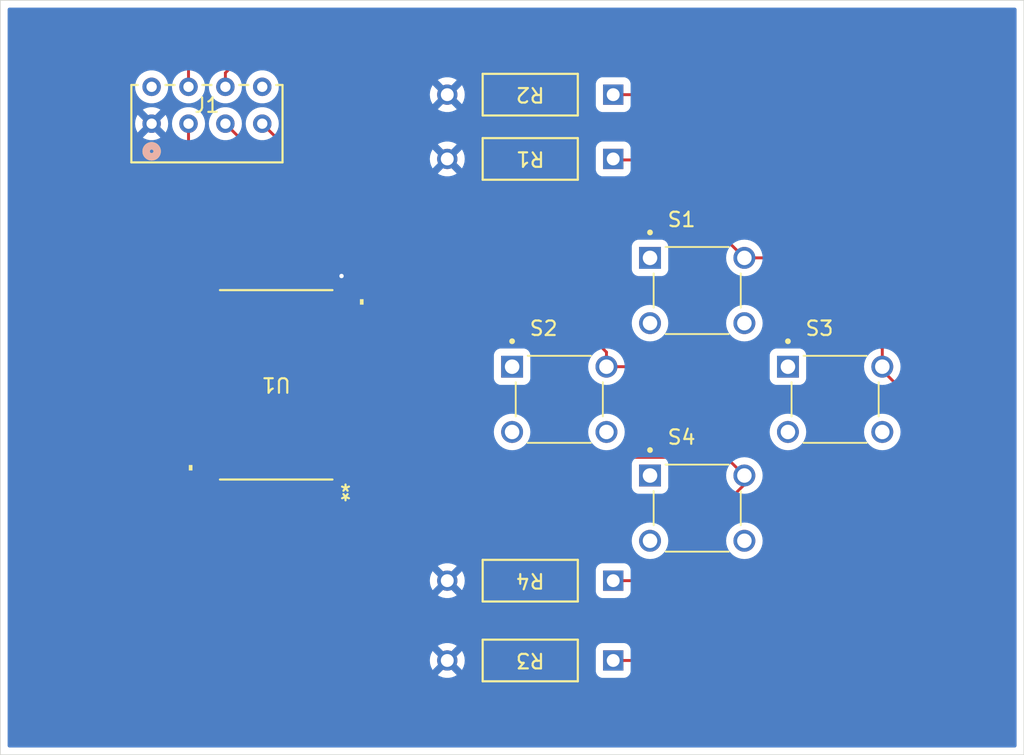
<source format=kicad_pcb>
(kicad_pcb (version 20240108) (generator "pcbnew") (generator_version "8.0")
  (layers (0 "F.Cu" signal) (31 "B.Cu" signal) (34 "B.Paste" user) (35 "F.Paste" user) (36 "B.SilkS" user "B.Silkscreen") (37 "F.SilkS" user "F.Silkscreen") (38 "B.Mask" user) (39 "F.Mask" user) (44 "Edge.Cuts" user))
  (net 0 "")
  (net 1 "/SW1")
  (net 6 "/SW2")
  (net 7 "/SW3")
  (net 12 "/SW4")
  (net 22 "GND")
  (net 23 "+5V")
  (net 25 "/MISO")
  (net 26 "/SCK")
  (net 27 "/CE")
  (net 28 "+3.3V")
  (net 29 "/MOSI")
  (net 30 "/*SS")
  (footprint "2_by_4_pin_header_TD-104-G-A:CON8_2X4_TU_HTS_SAI" (layer "F.Cu") (at 115.73 59.23)
    (property "Reference" "J1" (at 0 0 0) (layer "F.SilkS"))
    (property "Value" "TD-104-G-A")
    (fp_circle (center -3.81 3.175) (end -3.429 3.175) (stroke (width 0.508)) (fill none) (layer "B.SilkS"))
    (fp_line (start -5.207 -1.397) (end -5.207 3.937) (stroke (width 0.1524)) (layer "F.SilkS"))
    (fp_line (start -5.207 3.937) (end 5.207 3.937) (stroke (width 0.1524)) (layer "F.SilkS"))
    (fp_line (start -4.76937 -1.397) (end -5.207 -1.397) (stroke (width 0.1524)) (layer "F.SilkS"))
    (fp_line (start -2.22937 -1.397) (end -2.85063 -1.397) (stroke (width 0.1524)) (layer "F.SilkS"))
    (fp_line (start 0.31063 -1.397) (end -0.31063 -1.397) (stroke (width 0.1524)) (layer "F.SilkS"))
    (fp_line (start 2.85063 -1.397) (end 2.22937 -1.397) (stroke (width 0.1524)) (layer "F.SilkS"))
    (fp_line (start 5.207 -1.397) (end 4.76937 -1.397) (stroke (width 0.1524)) (layer "F.SilkS"))
    (fp_line (start 5.207 3.937) (end 5.207 -1.397) (stroke (width 0.1524)) (layer "F.SilkS"))
    (fp_circle (center -3.81 3.175) (end -3.429 3.175) (stroke (width 0.508)) (fill none) (layer "F.SilkS"))
    (pad "1" thru_hole circle (at -3.81 1.27 90) (size 1.27 1.27) (drill 0.7112) (layers "*.Cu" "*.Mask") (net 22 "GND"))
    (pad "2" thru_hole circle (at -3.81 -1.27 90) (size 1.27 1.27) (drill 0.7112) (layers "*.Cu" "*.Mask") (net 28 "+3.3V"))
    (pad "3" thru_hole circle (at -1.27 1.27 90) (size 1.27 1.27) (drill 0.7112) (layers "*.Cu" "*.Mask") (net 27 "/CE"))
    (pad "4" thru_hole circle (at -1.27 -1.27 90) (size 1.27 1.27) (drill 0.7112) (layers "*.Cu" "*.Mask") (net 30 "/*SS"))
    (pad "5" thru_hole circle (at 1.27 1.27 90) (size 1.27 1.27) (drill 0.7112) (layers "*.Cu" "*.Mask") (net 26 "/SCK"))
    (pad "6" thru_hole circle (at 1.27 -1.27 90) (size 1.27 1.27) (drill 0.7112) (layers "*.Cu" "*.Mask") (net 29 "/MOSI"))
    (pad "7" thru_hole circle (at 3.81 1.27 90) (size 1.27 1.27) (drill 0.7112) (layers "*.Cu" "*.Mask") (net 25 "/MISO"))
    (pad "8" thru_hole circle (at 3.81 -1.27 90) (size 1.27 1.27) (drill 0.7112) (layers "*.Cu" "*.Mask"))
  )
  (footprint "TS02_66_60_BK_100_LCR_D:SW_TS02-66-60-BK-100-LCR-D" (layer "F.Cu") (at 149.5 87)
    (property "Reference" "S4" (at -1.079 -4.889 0) (layer "F.SilkS"))
    (property "Value" "TS02-66-60-BK-100-LCR-D")
    (fp_line (start -3 -1.176) (end -3 1.176) (stroke (width 0.127)) (layer "F.SilkS"))
    (fp_line (start -2.176 -3) (end 2.176 -3) (stroke (width 0.127)) (layer "F.SilkS"))
    (fp_line (start -2.176 3) (end 2.176 3) (stroke (width 0.127)) (layer "F.SilkS"))
    (fp_line (start 3 -1.176) (end 3 1.176) (stroke (width 0.127)) (layer "F.SilkS"))
    (fp_circle (center -3.25 -4.004) (end -3.15 -4.004) (stroke (width 0.2)) (fill none) (layer "F.SilkS"))
    (pad "1" thru_hole rect (at -3.25 -2.25) (size 1.508 1.508) (drill 1) (layers "*.Cu" "*.Mask"))
    (pad "2" thru_hole circle (at 3.25 -2.25) (size 1.508 1.508) (drill 1) (layers "*.Cu" "*.Mask") (net 12 "/SW4"))
    (pad "3" thru_hole circle (at -3.25 2.25) (size 1.508 1.508) (drill 1) (layers "*.Cu" "*.Mask"))
    (pad "4" thru_hole circle (at 3.25 2.25) (size 1.508 1.508) (drill 1) (layers "*.Cu" "*.Mask") (net 23 "+5V"))
  )
  (footprint "1000R_Resistor:STA_CF14_STP" (layer "F.Cu") (at 143.715 97.5 180)
    (property "Reference" "R3" (at 5.715 0 180) (layer "F.SilkS"))
    (property "Value" "CF14JT1K00")
    (fp_line (start 8.9916 1.4351) (end 8.9916 -1.4351) (stroke (width 0.1524)) (layer "F.SilkS"))
    (fp_line (start 8.9916 -1.4351) (end 2.4384 -1.4351) (stroke (width 0.1524)) (layer "F.SilkS"))
    (fp_line (start 2.4384 1.4351) (end 8.9916 1.4351) (stroke (width 0.1524)) (layer "F.SilkS"))
    (fp_line (start 2.4384 -1.4351) (end 2.4384 1.4351) (stroke (width 0.1524)) (layer "F.SilkS"))
    (pad "1" thru_hole rect (at 0 0 180) (size 1.397 1.397) (drill 0.889) (layers "*.Cu" "*.Mask") (net 7 "/SW3"))
    (pad "2" thru_hole circle (at 11.43 0 180) (size 1.397 1.397) (drill 0.889) (layers "*.Cu" "*.Mask") (net 22 "GND"))
  )
  (footprint "TS02_66_60_BK_100_LCR_D:SW_TS02-66-60-BK-100-LCR-D" (layer "F.Cu") (at 149.5 72)
    (property "Reference" "S1" (at -1.079 -4.889 0) (layer "F.SilkS"))
    (property "Value" "TS02-66-60-BK-100-LCR-D")
    (fp_line (start -3 -1.176) (end -3 1.176) (stroke (width 0.127)) (layer "F.SilkS"))
    (fp_line (start -2.176 -3) (end 2.176 -3) (stroke (width 0.127)) (layer "F.SilkS"))
    (fp_line (start -2.176 3) (end 2.176 3) (stroke (width 0.127)) (layer "F.SilkS"))
    (fp_line (start 3 -1.176) (end 3 1.176) (stroke (width 0.127)) (layer "F.SilkS"))
    (fp_circle (center -3.25 -4.004) (end -3.15 -4.004) (stroke (width 0.2)) (fill none) (layer "F.SilkS"))
    (pad "1" thru_hole rect (at -3.25 -2.25) (size 1.508 1.508) (drill 1) (layers "*.Cu" "*.Mask"))
    (pad "2" thru_hole circle (at 3.25 -2.25) (size 1.508 1.508) (drill 1) (layers "*.Cu" "*.Mask") (net 1 "/SW1"))
    (pad "3" thru_hole circle (at -3.25 2.25) (size 1.508 1.508) (drill 1) (layers "*.Cu" "*.Mask"))
    (pad "4" thru_hole circle (at 3.25 2.25) (size 1.508 1.508) (drill 1) (layers "*.Cu" "*.Mask") (net 23 "+5V"))
  )
  (footprint "TS02_66_60_BK_100_LCR_D:SW_TS02-66-60-BK-100-LCR-D" (layer "F.Cu") (at 140 79.5)
    (property "Reference" "S2" (at -1.079 -4.889 0) (layer "F.SilkS"))
    (property "Value" "TS02-66-60-BK-100-LCR-D")
    (fp_line (start -3 -1.176) (end -3 1.176) (stroke (width 0.127)) (layer "F.SilkS"))
    (fp_line (start -2.176 -3) (end 2.176 -3) (stroke (width 0.127)) (layer "F.SilkS"))
    (fp_line (start -2.176 3) (end 2.176 3) (stroke (width 0.127)) (layer "F.SilkS"))
    (fp_line (start 3 -1.176) (end 3 1.176) (stroke (width 0.127)) (layer "F.SilkS"))
    (fp_circle (center -3.25 -4.004) (end -3.15 -4.004) (stroke (width 0.2)) (fill none) (layer "F.SilkS"))
    (pad "1" thru_hole rect (at -3.25 -2.25) (size 1.508 1.508) (drill 1) (layers "*.Cu" "*.Mask"))
    (pad "2" thru_hole circle (at 3.25 -2.25) (size 1.508 1.508) (drill 1) (layers "*.Cu" "*.Mask") (net 6 "/SW2"))
    (pad "3" thru_hole circle (at -3.25 2.25) (size 1.508 1.508) (drill 1) (layers "*.Cu" "*.Mask"))
    (pad "4" thru_hole circle (at 3.25 2.25) (size 1.508 1.508) (drill 1) (layers "*.Cu" "*.Mask") (net 23 "+5V"))
  )
  (footprint "1000R_Resistor:STA_CF14_STP" (layer "F.Cu") (at 143.715 62.93 180)
    (property "Reference" "R1" (at 5.715 0 180) (layer "F.SilkS"))
    (property "Value" "CF14JT1K00")
    (fp_line (start 8.9916 1.4351) (end 8.9916 -1.4351) (stroke (width 0.1524)) (layer "F.SilkS"))
    (fp_line (start 8.9916 -1.4351) (end 2.4384 -1.4351) (stroke (width 0.1524)) (layer "F.SilkS"))
    (fp_line (start 2.4384 1.4351) (end 8.9916 1.4351) (stroke (width 0.1524)) (layer "F.SilkS"))
    (fp_line (start 2.4384 -1.4351) (end 2.4384 1.4351) (stroke (width 0.1524)) (layer "F.SilkS"))
    (pad "1" thru_hole rect (at 0 0 180) (size 1.397 1.397) (drill 0.889) (layers "*.Cu" "*.Mask") (net 1 "/SW1"))
    (pad "2" thru_hole circle (at 11.43 0 180) (size 1.397 1.397) (drill 0.889) (layers "*.Cu" "*.Mask") (net 22 "GND"))
  )
  (footprint "footprints:SOIC20-W_MC_MCH" (layer "F.Cu") (at 120.5 78.5 180)
    (property "Reference" "U1" (at 0 0 180) (layer "F.SilkS"))
    (property "Value" "ATTINY40-SU")
    (fp_line (start 3.8735 -6.5278) (end -3.8735 -6.5278) (stroke (width 0.1524)) (layer "F.SilkS"))
    (fp_line (start -3.8735 6.5278) (end 3.8735 6.5278) (stroke (width 0.1524)) (layer "F.SilkS"))
    (fp_poly (pts (xy 6.0198 -5.9055) (xy 6.0198 -5.5245) (xy 5.7658 -5.5245) (xy 5.7658 -5.9055)) (fill solid) (layer "F.SilkS"))
    (fp_poly (pts (xy -6.0198 5.5245) (xy -6.0198 5.9055) (xy -5.7658 5.9055) (xy -5.7658 5.5245)) (fill solid) (layer "F.SilkS"))
    (fp_text user "*" (at -4.7752 -7.4168 180) (layer "F.SilkS"))
    (fp_text user "*" (at -4.7752 -7.4168 180) (layer "F.SilkS"))
    (pad "1" smd rect (at -4.5212 -5.715 180) (size 1.9812 0.5588) (layers "F.Cu" "F.Paste" "F.Mask"))
    (pad "2" smd rect (at -4.5212 -4.445 180) (size 1.9812 0.5588) (layers "F.Cu" "F.Paste" "F.Mask"))
    (pad "3" smd rect (at -4.5212 -3.175 180) (size 1.9812 0.5588) (layers "F.Cu" "F.Paste" "F.Mask"))
    (pad "4" smd rect (at -4.5212 -1.905 180) (size 1.9812 0.5588) (layers "F.Cu" "F.Paste" "F.Mask"))
    (pad "5" smd rect (at -4.5212 -0.635 180) (size 1.9812 0.5588) (layers "F.Cu" "F.Paste" "F.Mask"))
    (pad "6" smd rect (at -4.5212 0.635 180) (size 1.9812 0.5588) (layers "F.Cu" "F.Paste" "F.Mask") (net 12 "/SW4"))
    (pad "7" smd rect (at -4.5212 1.905 180) (size 1.9812 0.5588) (layers "F.Cu" "F.Paste" "F.Mask") (net 7 "/SW3"))
    (pad "8" smd rect (at -4.5212 3.175 180) (size 1.9812 0.5588) (layers "F.Cu" "F.Paste" "F.Mask") (net 6 "/SW2"))
    (pad "9" smd rect (at -4.5212 4.445 180) (size 1.9812 0.5588) (layers "F.Cu" "F.Paste" "F.Mask") (net 1 "/SW1"))
    (pad "10" smd rect (at -4.5212 5.715 180) (size 1.9812 0.5588) (layers "F.Cu" "F.Paste" "F.Mask") (net 22 "GND"))
    (pad "11" smd rect (at 4.5212 5.715 180) (size 1.9812 0.5588) (layers "F.Cu" "F.Paste" "F.Mask") (net 23 "+5V"))
    (pad "12" smd rect (at 4.5212 4.445 180) (size 1.9812 0.5588) (layers "F.Cu" "F.Paste" "F.Mask"))
    (pad "13" smd rect (at 4.5212 3.175 180) (size 1.9812 0.5588) (layers "F.Cu" "F.Paste" "F.Mask") (net 29 "/MOSI"))
    (pad "14" smd rect (at 4.5212 1.905 180) (size 1.9812 0.5588) (layers "F.Cu" "F.Paste" "F.Mask"))
    (pad "15" smd rect (at 4.5212 0.635 180) (size 1.9812 0.5588) (layers "F.Cu" "F.Paste" "F.Mask") (net 25 "/MISO"))
    (pad "16" smd rect (at 4.5212 -0.635 180) (size 1.9812 0.5588) (layers "F.Cu" "F.Paste" "F.Mask") (net 26 "/SCK"))
    (pad "17" smd rect (at 4.5212 -1.905 180) (size 1.9812 0.5588) (layers "F.Cu" "F.Paste" "F.Mask") (net 30 "/*SS"))
    (pad "18" smd rect (at 4.5212 -3.175 180) (size 1.9812 0.5588) (layers "F.Cu" "F.Paste" "F.Mask"))
    (pad "19" smd rect (at 4.5212 -4.445 180) (size 1.9812 0.5588) (layers "F.Cu" "F.Paste" "F.Mask"))
    (pad "20" smd rect (at 4.5212 -5.715 180) (size 1.9812 0.5588) (layers "F.Cu" "F.Paste" "F.Mask") (net 27 "/CE"))
  )
  (footprint "1000R_Resistor:STA_CF14_STP" (layer "F.Cu") (at 143.715 58.5 180)
    (property "Reference" "R2" (at 5.715 0 180) (layer "F.SilkS"))
    (property "Value" "CF14JT1K00")
    (fp_line (start 8.9916 1.4351) (end 8.9916 -1.4351) (stroke (width 0.1524)) (layer "F.SilkS"))
    (fp_line (start 8.9916 -1.4351) (end 2.4384 -1.4351) (stroke (width 0.1524)) (layer "F.SilkS"))
    (fp_line (start 2.4384 1.4351) (end 8.9916 1.4351) (stroke (width 0.1524)) (layer "F.SilkS"))
    (fp_line (start 2.4384 -1.4351) (end 2.4384 1.4351) (stroke (width 0.1524)) (layer "F.SilkS"))
    (pad "1" thru_hole rect (at 0 0 180) (size 1.397 1.397) (drill 0.889) (layers "*.Cu" "*.Mask") (net 6 "/SW2"))
    (pad "2" thru_hole circle (at 11.43 0 180) (size 1.397 1.397) (drill 0.889) (layers "*.Cu" "*.Mask") (net 22 "GND"))
  )
  (footprint "TS02_66_60_BK_100_LCR_D:SW_TS02-66-60-BK-100-LCR-D" (layer "F.Cu") (at 159 79.5)
    (property "Reference" "S3" (at -1.079 -4.889 0) (layer "F.SilkS"))
    (property "Value" "TS02-66-60-BK-100-LCR-D")
    (fp_line (start -3 -1.176) (end -3 1.176) (stroke (width 0.127)) (layer "F.SilkS"))
    (fp_line (start -2.176 -3) (end 2.176 -3) (stroke (width 0.127)) (layer "F.SilkS"))
    (fp_line (start -2.176 3) (end 2.176 3) (stroke (width 0.127)) (layer "F.SilkS"))
    (fp_line (start 3 -1.176) (end 3 1.176) (stroke (width 0.127)) (layer "F.SilkS"))
    (fp_circle (center -3.25 -4.004) (end -3.15 -4.004) (stroke (width 0.2)) (fill none) (layer "F.SilkS"))
    (pad "1" thru_hole rect (at -3.25 -2.25) (size 1.508 1.508) (drill 1) (layers "*.Cu" "*.Mask"))
    (pad "2" thru_hole circle (at 3.25 -2.25) (size 1.508 1.508) (drill 1) (layers "*.Cu" "*.Mask") (net 7 "/SW3"))
    (pad "3" thru_hole circle (at -3.25 2.25) (size 1.508 1.508) (drill 1) (layers "*.Cu" "*.Mask"))
    (pad "4" thru_hole circle (at 3.25 2.25) (size 1.508 1.508) (drill 1) (layers "*.Cu" "*.Mask") (net 23 "+5V"))
  )
  (footprint "1000R_Resistor:STA_CF14_STP" (layer "F.Cu") (at 143.715 92 180)
    (property "Reference" "R4" (at 5.715 0 180) (layer "F.SilkS"))
    (property "Value" "CF14JT1K00")
    (fp_line (start 8.9916 1.4351) (end 8.9916 -1.4351) (stroke (width 0.1524)) (layer "F.SilkS"))
    (fp_line (start 8.9916 -1.4351) (end 2.4384 -1.4351) (stroke (width 0.1524)) (layer "F.SilkS"))
    (fp_line (start 2.4384 1.4351) (end 8.9916 1.4351) (stroke (width 0.1524)) (layer "F.SilkS"))
    (fp_line (start 2.4384 -1.4351) (end 2.4384 1.4351) (stroke (width 0.1524)) (layer "F.SilkS"))
    (pad "1" thru_hole rect (at 0 0 180) (size 1.397 1.397) (drill 0.889) (layers "*.Cu" "*.Mask") (net 12 "/SW4"))
    (pad "2" thru_hole circle (at 11.43 0 180) (size 1.397 1.397) (drill 0.889) (layers "*.Cu" "*.Mask") (net 22 "GND"))
  )
  (gr_rect (start 101.5 52) (end 172 104) (stroke (width 0.05)) (fill none) (layer "Edge.Cuts"))
  (segment (start 154.75 69.75) (end 155.5 69) (width 0.2) (layer "F.Cu") (net 1))
  (segment (start 137.5 66) (end 149 66) (width 0.2) (layer "F.Cu") (net 1))
  (segment (start 143.43 62.93) (end 143.1702 62.93) (width 0.2) (layer "F.Cu") (net 1))
  (segment (start 143.5 63) (end 143.43 62.93) (width 0.2) (layer "F.Cu") (net 1))
  (segment (start 125.0212 74.055) (end 129.445 74.055) (width 0.2) (layer "F.Cu") (net 1))
  (segment (start 152.75 69.75) (end 154.75 69.75) (width 0.2) (layer "F.Cu") (net 1))
  (segment (start 155.5 69) (end 155.5 67.5) (width 0.2) (layer "F.Cu") (net 1))
  (segment (start 149 66) (end 152.75 69.75) (width 0.2) (layer "F.Cu") (net 1))
  (segment (start 155.5 67.5) (end 151 63) (width 0.2) (layer "F.Cu") (net 1))
  (segment (start 151 63) (end 143.5 63) (width 0.2) (layer "F.Cu") (net 1))
  (segment (start 129.445 74.055) (end 137.5 66) (width 0.2) (layer "F.Cu") (net 1))
  (segment (start 145.5 77.25) (end 148.25 74.5) (width 0.2) (layer "F.Cu") (net 6))
  (segment (start 125.0212 75.325) (end 133.675 75.325) (width 0.2) (layer "F.Cu") (net 6))
  (segment (start 157 69) (end 157 67.25) (width 0.2) (layer "F.Cu") (net 6))
  (segment (start 157 67.25) (end 148.25 58.5) (width 0.2) (layer "F.Cu") (net 6))
  (segment (start 140 73) (end 143.25 76.25) (width 0.2) (layer "F.Cu") (net 6))
  (segment (start 133.675 75.325) (end 136 73) (width 0.2) (layer "F.Cu") (net 6))
  (segment (start 154.75 71.25) (end 157 69) (width 0.2) (layer "F.Cu") (net 6))
  (segment (start 143.25 76.25) (end 143.25 77.25) (width 0.2) (layer "F.Cu") (net 6))
  (segment (start 136 73) (end 140 73) (width 0.2) (layer "F.Cu") (net 6))
  (segment (start 148.25 58.5) (end 143.715 58.5) (width 0.2) (layer "F.Cu") (net 6))
  (segment (start 148.25 74.5) (end 148.25 73.5) (width 0.2) (layer "F.Cu") (net 6))
  (segment (start 148.25 73.5) (end 150.5 71.25) (width 0.2) (layer "F.Cu") (net 6))
  (segment (start 150.5 71.25) (end 154.75 71.25) (width 0.2) (layer "F.Cu") (net 6))
  (segment (start 143.25 77.25) (end 145.5 77.25) (width 0.2) (layer "F.Cu") (net 6))
  (segment (start 152.25 97.5) (end 143.715 97.5) (width 0.2) (layer "F.Cu") (net 7))
  (segment (start 149.25 73.75) (end 151 72) (width 0.2) (layer "F.Cu") (net 7))
  (segment (start 165.25 84.5) (end 152.25 97.5) (width 0.2) (layer "F.Cu") (net 7))
  (segment (start 151 72) (end 158.25 72) (width 0.2) (layer "F.Cu") (net 7))
  (segment (start 149.25 74.875) (end 149.25 73.75) (width 0.2) (layer "F.Cu") (net 7))
  (segment (start 165.25 80.5) (end 165.25 84.5) (width 0.2) (layer "F.Cu") (net 7))
  (segment (start 158.25 72) (end 162.25 76) (width 0.2) (layer "F.Cu") (net 7))
  (segment (start 125.0212 76.595) (end 131.095 76.595) (width 0.2) (layer "F.Cu") (net 7))
  (segment (start 131.095 76.595) (end 133.5 79) (width 0.2) (layer "F.Cu") (net 7))
  (segment (start 133.5 79) (end 145.125 79) (width 0.2) (layer "F.Cu") (net 7))
  (segment (start 162.25 77.25) (end 162.25 77.5) (width 0.2) (layer "F.Cu") (net 7))
  (segment (start 162.25 76) (end 162.25 77.25) (width 0.2) (layer "F.Cu") (net 7))
  (segment (start 145.125 79) (end 149.25 74.875) (width 0.2) (layer "F.Cu") (net 7))
  (segment (start 162.25 77.5) (end 165.25 80.5) (width 0.2) (layer "F.Cu") (net 7))
  (segment (start 144.75 83.5) (end 151.5 83.5) (width 0.2) (layer "F.Cu") (net 12))
  (segment (start 125.7324 77.865) (end 132.1174 84.25) (width 0.2) (layer "F.Cu") (net 12))
  (segment (start 151.5 83.5) (end 152.75 84.75) (width 0.2) (layer "F.Cu") (net 12))
  (segment (start 144 84.25) (end 144.75 83.5) (width 0.2) (layer "F.Cu") (net 12))
  (segment (start 125.0212 77.865) (end 125.7324 77.865) (width 0.2) (layer "F.Cu") (net 12))
  (segment (start 152.75 84.75) (end 152.75 85.375) (width 0.2) (layer "F.Cu") (net 12))
  (segment (start 146.125 92) (end 143.715 92) (width 0.2) (layer "F.Cu") (net 12))
  (segment (start 132.1174 84.25) (end 144 84.25) (width 0.2) (layer "F.Cu") (net 12))
  (segment (start 152.75 85.375) (end 146.125 92) (width 0.2) (layer "F.Cu") (net 12))
  (segment (start 125.0212 71.0212) (end 125 71) (width 0.2) (layer "F.Cu") (net 22))
  (segment (start 125.0212 72.785) (end 125.0212 71.0212) (width 0.2) (layer "F.Cu") (net 22))
  (via (at 125 71) (size 0.6) (drill 0.3) (layers "F.Cu" "B.Cu") (net 22))
  (segment (start 114.635 77.865) (end 115.9788 77.865) (width 0.2) (layer "F.Cu") (net 25))
  (segment (start 112.5 80) (end 114.635 77.865) (width 0.2) (layer "F.Cu") (net 25))
  (segment (start 120 88) (end 114.5 88) (width 0.2) (layer "F.Cu") (net 25))
  (segment (start 121.5 86.5) (end 120 88) (width 0.2) (layer "F.Cu") (net 25))
  (segment (start 121.5 62.46) (end 121.5 86.5) (width 0.2) (layer "F.Cu") (net 25))
  (segment (start 112.5 86) (end 112.5 80) (width 0.2) (layer "F.Cu") (net 25))
  (segment (start 119.54 60.5) (end 121.5 62.46) (width 0.2) (layer "F.Cu") (net 25))
  (segment (start 114.5 88) (end 112.5 86) (width 0.2) (layer "F.Cu") (net 25))
  (segment (start 114.365 79.135) (end 113.5 80) (width 0.2) (layer "F.Cu") (net 26))
  (segment (start 113.5 85) (end 115 86.5) (width 0.2) (layer "F.Cu") (net 26))
  (segment (start 115.9788 79.135) (end 114.365 79.135) (width 0.2) (layer "F.Cu") (net 26))
  (segment (start 119 86.5) (end 120.5 85) (width 0.2) (layer "F.Cu") (net 26))
  (segment (start 113.5 80) (end 113.5 85) (width 0.2) (layer "F.Cu") (net 26))
  (segment (start 120.5 85) (end 120.5 64) (width 0.2) (layer "F.Cu") (net 26))
  (segment (start 115 86.5) (end 119 86.5) (width 0.2) (layer "F.Cu") (net 26))
  (segment (start 120.5 64) (end 117 60.5) (width 0.2) (layer "F.Cu") (net 26))
  (segment (start 119.5 83.5) (end 118.785 84.215) (width 0.2) (layer "F.Cu") (net 27))
  (segment (start 119.5 69) (end 119.5 83.5) (width 0.2) (layer "F.Cu") (net 27))
  (segment (start 114.46 60.5) (end 114.46 63.96) (width 0.2) (layer "F.Cu") (net 27))
  (segment (start 114.46 63.96) (end 119.5 69) (width 0.2) (layer "F.Cu") (net 27))
  (segment (start 118.785 84.215) (end 115.9788 84.215) (width 0.2) (layer "F.Cu") (net 27))
  (segment (start 122.5 87.5) (end 120.5 89.5) (width 0.2) (layer "F.Cu") (net 29))
  (segment (start 122.5 71.5) (end 122.5 87.5) (width 0.2) (layer "F.Cu") (net 29))
  (segment (start 117 57) (end 119 55) (width 0.2) (layer "F.Cu") (net 29))
  (segment (start 117 57.96) (end 117 57) (width 0.2) (layer "F.Cu") (net 29))
  (segment (start 111.5 77.5) (end 113.675 75.325) (width 0.2) (layer "F.Cu") (net 29))
  (segment (start 126 55.5) (end 126 68) (width 0.2) (layer "F.Cu") (net 29))
  (segment (start 111.5 86.5) (end 111.5 77.5) (width 0.2) (layer "F.Cu") (net 29))
  (segment (start 120.5 89.5) (end 114.5 89.5) (width 0.2) (layer "F.Cu") (net 29))
  (segment (start 114.5 89.5) (end 111.5 86.5) (width 0.2) (layer "F.Cu") (net 29))
  (segment (start 119 55) (end 125.5 55) (width 0.2) (layer "F.Cu") (net 29))
  (segment (start 125.5 55) (end 126 55.5) (width 0.2) (layer "F.Cu") (net 29))
  (segment (start 126 68) (end 122.5 71.5) (width 0.2) (layer "F.Cu") (net 29))
  (segment (start 113.675 75.325) (end 115.9788 75.325) (width 0.2) (layer "F.Cu") (net 29))
  (segment (start 114.46 56.46) (end 113 55) (width 0.2) (layer "F.Cu") (net 30))
  (segment (start 114.46 57.96) (end 114.46 56.46) (width 0.2) (layer "F.Cu") (net 30))
  (segment (start 108.5 63.5) (end 110 65) (width 0.2) (layer "F.Cu") (net 30))
  (segment (start 113.5 65) (end 118.5 70) (width 0.2) (layer "F.Cu") (net 30))
  (segment (start 117.595 80.405) (end 115.9788 80.405) (width 0.2) (layer "F.Cu") (net 30))
  (segment (start 118.5 79.5) (end 117.595 80.405) (width 0.2) (layer "F.Cu") (net 30))
  (segment (start 109.5 55) (end 108.5 56) (width 0.2) (layer "F.Cu") (net 30))
  (segment (start 118.5 70) (end 118.5 79.5) (width 0.2) (layer "F.Cu") (net 30))
  (segment (start 113 55) (end 109.5 55) (width 0.2) (layer "F.Cu") (net 30))
  (segment (start 110 65) (end 113.5 65) (width 0.2) (layer "F.Cu") (net 30))
  (segment (start 108.5 56) (end 108.5 63.5) (width 0.2) (layer "F.Cu") (net 30))
  (zone (net 22) (net_name "GND") (layer "B.Cu") (priority 1) (connect_pads (clearance 0.5)) (min_thickness 0.25) (fill yes (thermal_gap 0.5) (thermal_bridge_width 0.5) (island_removal_mode 1) (island_area_min 10))
    (polygon (pts (xy 101.5 52) (xy 101.5 104) (xy 172 104) (xy 172 52)))
  )
)
</source>
